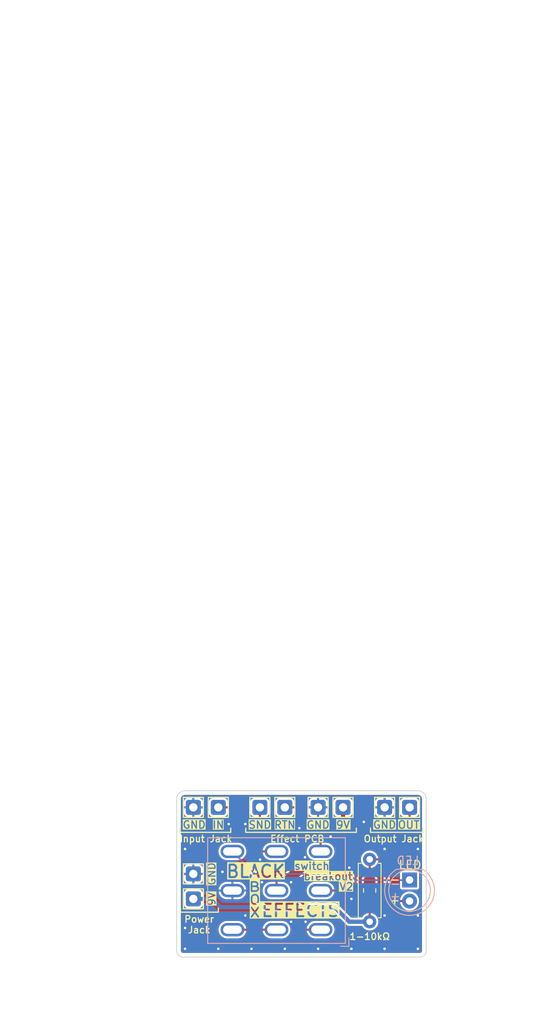
<source format=kicad_pcb>
(kicad_pcb (version 20240108) (generator "pcbnew") (generator_version "8.0")
  (layers (0 "F.Cu" signal) (31 "B.Cu" signal) (34 "B.Paste" user) (35 "F.Paste" user) (36 "B.SilkS" user "B.Silkscreen") (37 "F.SilkS" user "F.Silkscreen") (38 "B.Mask" user) (39 "F.Mask" user) (44 "Edge.Cuts" user))
  (net 0 "")
  (net 1 "/LED+")
  (net 2 "/LED-")
  (net 3 "/OUT")
  (net 4 "/IN")
  (net 5 "/RETURN")
  (net 6 "/9V")
  (net 7 "GND")
  (net 8 "/SEND")
  (net 9 "Net-(SW1B-A)")
  (footprint "BlackBox:WirePad_22AWG" (layer "F.Cu") (at 90 90)
    (property "Reference" "P5" (hide yes))
    (property "Value" "GND" (at 0.1 2.1 0) (layer "F.SilkS" knockout) (effects (font (size 0.9 0.9))))
    (fp_line (start -1.2 -1.2) (end -1.2 1.2) (stroke (width 0.15)) (layer "F.SilkS"))
    (fp_line (start -1.2 1.2) (end 1.2 1.2) (stroke (width 0.15)) (layer "F.SilkS"))
    (fp_line (start 1.2 -1.2) (end -1.2 -1.2) (stroke (width 0.15)) (layer "F.SilkS"))
    (fp_line (start 1.2 -1.2) (end 1.2 1.2) (stroke (width 0.15)) (layer "F.SilkS"))
    (pad "1" thru_hole roundrect (at 0 0) (size 1.8 1.8) (drill 1) (layers "*.Cu" "*.Mask") (roundrect_rratio 0.1666666667) (net 7 "GND"))
  )
  (footprint "BlackBox:WirePad_22AWG" (layer "F.Cu") (at 90 98 90)
    (property "Reference" "P8" (hide yes))
    (property "Value" "GND" (at 0 2.2 90) (layer "F.SilkS" knockout) (effects (font (size 0.9 0.9))))
    (fp_line (start 1.2 -1.2) (end -1.2 -1.2) (stroke (width 0.15)) (layer "F.SilkS"))
    (fp_line (start 1.2 -1.2) (end 1.2 1.2) (stroke (width 0.15)) (layer "F.SilkS"))
    (fp_line (start -1.2 -1.2) (end -1.2 1.2) (stroke (width 0.15)) (layer "F.SilkS"))
    (fp_line (start -1.2 1.2) (end 1.2 1.2) (stroke (width 0.15)) (layer "F.SilkS"))
    (pad "1" thru_hole roundrect (at 0 0 90) (size 1.8 1.8) (drill 1) (layers "*.Cu" "*.Mask") (roundrect_rratio 0.1666666667) (net 7 "GND"))
  )
  (footprint "BlackBox:WirePad_22AWG" (layer "F.Cu") (at 116 90)
    (property "Reference" "P1" (hide yes))
    (property "Value" "OUT" (at -0.1 2.1 0) (layer "F.SilkS" knockout) (effects (font (size 0.9 0.9))))
    (fp_line (start -1.2 -1.2) (end -1.2 1.2) (stroke (width 0.15)) (layer "F.SilkS"))
    (fp_line (start -1.2 1.2) (end 1.2 1.2) (stroke (width 0.15)) (layer "F.SilkS"))
    (fp_line (start 1.2 -1.2) (end -1.2 -1.2) (stroke (width 0.15)) (layer "F.SilkS"))
    (fp_line (start 1.2 -1.2) (end 1.2 1.2) (stroke (width 0.15)) (layer "F.SilkS"))
    (pad "1" thru_hole roundrect (at 0 0) (size 1.8 1.8) (drill 1) (layers "*.Cu" "*.Mask") (roundrect_rratio 0.1666666667) (net 3 "/OUT"))
  )
  (footprint "BlackBox:WirePad_22AWG" (layer "F.Cu") (at 113 90)
    (property "Reference" "P9" (hide yes))
    (property "Value" "GND" (at 0 2.1 0) (layer "F.SilkS" knockout) (effects (font (size 0.9 0.9))))
    (fp_line (start -1.2 -1.2) (end -1.2 1.2) (stroke (width 0.15)) (layer "F.SilkS"))
    (fp_line (start -1.2 1.2) (end 1.2 1.2) (stroke (width 0.15)) (layer "F.SilkS"))
    (fp_line (start 1.2 -1.2) (end -1.2 -1.2) (stroke (width 0.15)) (layer "F.SilkS"))
    (fp_line (start 1.2 -1.2) (end 1.2 1.2) (stroke (width 0.15)) (layer "F.SilkS"))
    (pad "1" thru_hole roundrect (at 0 0) (size 1.8 1.8) (drill 1) (layers "*.Cu" "*.Mask") (roundrect_rratio 0.1666666667) (net 7 "GND"))
  )
  (footprint "Resistor_SMD:R_0805_2012Metric_Pad1.20x1.40mm_HandSolder" (layer "F.Cu") (at 111.2 100 90)
    (property "Reference" "R2" (hide yes))
    (property "Value" "4.7k" (hide yes))
    (fp_line (start -0.227064 -0.735) (end 0.227064 -0.735) (stroke (width 0.12)) (layer "F.SilkS"))
    (fp_line (start -0.227064 0.735) (end 0.227064 0.735) (stroke (width 0.12)) (layer "F.SilkS"))
    (pad "1" smd roundrect (at -1 0 90) (size 1.2 1.4) (layers "F.Cu" "F.Paste" "F.Mask") (roundrect_rratio 0.2083333333) (net 6 "/9V"))
    (pad "2" smd roundrect (at 1 0 90) (size 1.2 1.4) (layers "F.Cu" "F.Paste" "F.Mask") (roundrect_rratio 0.2083333333) (net 1 "/LED+"))
  )
  (footprint "BlackBox:WirePad_22AWG" (layer "F.Cu") (at 93 90)
    (property "Reference" "P2" (hide yes))
    (property "Value" "IN" (at 0 2.1 0) (layer "F.SilkS" knockout) (effects (font (size 0.9 0.9))))
    (fp_line (start -1.2 -1.2) (end -1.2 1.2) (stroke (width 0.15)) (layer "F.SilkS"))
    (fp_line (start -1.2 1.2) (end 1.2 1.2) (stroke (width 0.15)) (layer "F.SilkS"))
    (fp_line (start 1.2 -1.2) (end -1.2 -1.2) (stroke (width 0.15)) (layer "F.SilkS"))
    (fp_line (start 1.2 -1.2) (end 1.2 1.2) (stroke (width 0.15)) (layer "F.SilkS"))
    (pad "1" thru_hole roundrect (at 0 0) (size 1.8 1.8) (drill 1) (layers "*.Cu" "*.Mask") (roundrect_rratio 0.1666666667) (net 4 "/IN"))
  )
  (footprint "BlackBox:WirePad_22AWG" (layer "F.Cu") (at 90 101 90)
    (property "Reference" "P4" (hide yes))
    (property "Value" "9V" (at 0 2.2 90) (layer "F.SilkS" knockout) (effects (font (size 0.9 0.9))))
    (fp_line (start 1.2 -1.2) (end -1.2 -1.2) (stroke (width 0.15)) (layer "F.SilkS"))
    (fp_line (start 1.2 -1.2) (end 1.2 1.2) (stroke (width 0.15)) (layer "F.SilkS"))
    (fp_line (start -1.2 -1.2) (end -1.2 1.2) (stroke (width 0.15)) (layer "F.SilkS"))
    (fp_line (start -1.2 1.2) (end 1.2 1.2) (stroke (width 0.15)) (layer "F.SilkS"))
    (pad "1" thru_hole roundrect (at 0 0 90) (size 1.8 1.8) (drill 1) (layers "*.Cu" "*.Mask") (roundrect_rratio 0.1666666667) (net 6 "/9V"))
  )
  (footprint "BB_Resistors:R_Axial_DIN0207_L6.3mm_D2.5mm_P7.5mm_Horizontal" (layer "F.Cu") (at 111.2 103.75 90)
    (property "Reference" "R1" (hide yes))
    (property "Value" "4.7k" (hide yes))
    (fp_line (start 7.02 -1.37) (end 7.02 -1.04) (stroke (width 0.12)) (layer "F.SilkS"))
    (fp_line (start 0.48 -1.37) (end 7.02 -1.37) (stroke (width 0.12)) (layer "F.SilkS"))
    (fp_line (start 0.48 -1.04) (end 0.48 -1.37) (stroke (width 0.12)) (layer "F.SilkS"))
    (fp_line (start 0.48 1.04) (end 0.48 1.37) (stroke (width 0.12)) (layer "F.SilkS"))
    (fp_line (start 7.02 1.37) (end 7.02 1.04) (stroke (width 0.12)) (layer "F.SilkS"))
    (fp_line (start 0.48 1.37) (end 7.02 1.37) (stroke (width 0.12)) (layer "F.SilkS"))
    (pad "1" thru_hole circle (at 0 0 90) (size 1.6 1.6) (drill 0.8) (layers "*.Cu" "*.Mask") (net 6 "/9V"))
    (pad "2" thru_hole oval (at 7.5 0 90) (size 1.6 1.6) (drill 0.8) (layers "*.Cu" "*.Mask") (net 1 "/LED+"))
  )
  (footprint "BlackBox:WirePad_22AWG" (layer "F.Cu") (at 105 90)
    (property "Reference" "P7" (hide yes))
    (property "Value" "GND" (at 0 2.1 0) (layer "F.SilkS" knockout) (effects (font (size 0.9 0.9))))
    (fp_line (start -1.2 -1.2) (end -1.2 1.2) (stroke (width 0.15)) (layer "F.SilkS"))
    (fp_line (start -1.2 1.2) (end 1.2 1.2) (stroke (width 0.15)) (layer "F.SilkS"))
    (fp_line (start 1.2 -1.2) (end -1.2 -1.2) (stroke (width 0.15)) (layer "F.SilkS"))
    (fp_line (start 1.2 -1.2) (end 1.2 1.2) (stroke (width 0.15)) (layer "F.SilkS"))
    (pad "1" thru_hole roundrect (at 0 0) (size 1.8 1.8) (drill 1) (layers "*.Cu" "*.Mask") (roundrect_rratio 0.1666666667) (net 7 "GND"))
  )
  (footprint "BlackBox:WirePad_22AWG" (layer "F.Cu") (at 98 90)
    (property "Reference" "P6" (hide yes))
    (property "Value" "SND" (at 0 2.1 0) (layer "F.SilkS" knockout) (effects (font (size 0.9 0.9))))
    (fp_line (start -1.2 -1.2) (end -1.2 1.2) (stroke (width 0.15)) (layer "F.SilkS"))
    (fp_line (start -1.2 1.2) (end 1.2 1.2) (stroke (width 0.15)) (layer "F.SilkS"))
    (fp_line (start 1.2 -1.2) (end -1.2 -1.2) (stroke (width 0.15)) (layer "F.SilkS"))
    (fp_line (start 1.2 -1.2) (end 1.2 1.2) (stroke (width 0.15)) (layer "F.SilkS"))
    (pad "1" thru_hole roundrect (at 0 0) (size 1.8 1.8) (drill 1) (layers "*.Cu" "*.Mask") (roundrect_rratio 0.1666666667) (net 8 "/SEND"))
  )
  (footprint "BlackBox:WirePad_22AWG" (layer "F.Cu") (at 108 90)
    (property "Reference" "P10" (hide yes))
    (property "Value" "9V" (at 0 2.1 0) (layer "F.SilkS" knockout) (effects (font (size 0.9 0.9))))
    (fp_line (start -1.2 -1.2) (end -1.2 1.2) (stroke (width 0.15)) (layer "F.SilkS"))
    (fp_line (start -1.2 1.2) (end 1.2 1.2) (stroke (width 0.15)) (layer "F.SilkS"))
    (fp_line (start 1.2 -1.2) (end -1.2 -1.2) (stroke (width 0.15)) (layer "F.SilkS"))
    (fp_line (start 1.2 -1.2) (end 1.2 1.2) (stroke (width 0.15)) (layer "F.SilkS"))
    (pad "1" thru_hole roundrect (at 0 0) (size 1.8 1.8) (drill 1) (layers "*.Cu" "*.Mask") (roundrect_rratio 0.1666666667) (net 6 "/9V"))
  )
  (footprint "BlackBox:WirePad_22AWG" (layer "F.Cu") (at 101 90)
    (property "Reference" "P3" (hide yes))
    (property "Value" "RTN" (at 0 2.1 0) (layer "F.SilkS" knockout) (effects (font (size 0.9 0.9))))
    (fp_line (start -1.2 -1.2) (end -1.2 1.2) (stroke (width 0.15)) (layer "F.SilkS"))
    (fp_line (start -1.2 1.2) (end 1.2 1.2) (stroke (width 0.15)) (layer "F.SilkS"))
    (fp_line (start 1.2 -1.2) (end -1.2 -1.2) (stroke (width 0.15)) (layer "F.SilkS"))
    (fp_line (start 1.2 -1.2) (end 1.2 1.2) (stroke (width 0.15)) (layer "F.SilkS"))
    (pad "1" thru_hole roundrect (at 0 0) (size 1.8 1.8) (drill 1) (layers "*.Cu" "*.Mask") (roundrect_rratio 0.1666666667) (net 5 "/RETURN"))
  )
  (footprint "BlackBox:SW_STOMP_3PDT" (layer "B.Cu") (at 100 100 180)
    (property "Reference" "SW1" (hide yes))
    (property "Value" "SW_3PDT")
    (fp_line (start 8.275 6.35) (end 8.275 -6.35) (stroke (width 0.12)) (layer "B.SilkS"))
    (fp_line (start 8.275 6.35) (end -8.275 6.35) (stroke (width 0.12)) (layer "B.SilkS"))
    (fp_line (start 8.275 -6.35) (end -8.275 -6.35) (stroke (width 0.12)) (layer "B.SilkS"))
    (fp_line (start -8.275 6.35) (end -8.275 -6.35) (stroke (width 0.12)) (layer "B.SilkS"))
    (fp_line (start -8.7 -6.7) (end -7.7 -6.7) (stroke (width 0.12)) (layer "B.SilkS"))
    (fp_line (start -8.7 -6.7) (end -8.7 -5.7) (stroke (width 0.12)) (layer "B.SilkS"))
    (pad "1" thru_hole oval (at -5.3 -4.7 180) (size 2.85 1.6) (drill oval 2.25 1) (layers "*.Cu" "*.Mask") (net 4 "/IN"))
    (pad "2" thru_hole oval (at -5.3 0 180) (size 2.85 1.6) (drill oval 2.25 1) (layers "*.Cu" "*.Mask") (net 3 "/OUT"))
    (pad "3" thru_hole oval (at -5.3 4.7 180) (size 2.85 1.6) (drill oval 2.25 1) (layers "*.Cu" "*.Mask") (net 5 "/RETURN"))
    (pad "4" thru_hole oval (at 0 -4.7 180) (size 2.85 1.6) (drill oval 2.25 1) (layers "*.Cu" "*.Mask") (net 9 "Net-(SW1B-A)"))
    (pad "5" thru_hole oval (at 0 0 180) (size 2.85 1.6) (drill oval 2.25 1) (layers "*.Cu" "*.Mask") (net 8 "/SEND"))
    (pad "6" thru_hole oval (at 0 4.7 180) (size 2.85 1.6) (drill oval 2.25 1) (layers "*.Cu" "*.Mask") (net 4 "/IN"))
    (pad "7" thru_hole oval (at 5.3 -4.7 180) (size 2.85 1.6) (drill oval 2.25 1) (layers "*.Cu" "*.Mask") (net 9 "Net-(SW1B-A)"))
    (pad "8" thru_hole oval (at 5.3 0 180) (size 2.85 1.6) (drill oval 2.25 1) (layers "*.Cu" "*.Mask") (net 7 "GND"))
    (pad "9" thru_hole oval (at 5.3 4.7 180) (size 2.85 1.6) (drill oval 2.25 1) (layers "*.Cu" "*.Mask") (net 2 "/LED-"))
  )
  (footprint "LED_THT:LED_D5.0mm" (layer "B.Cu") (at 116 98.725 -90)
    (property "Reference" "D1" (hide yes))
    (property "Value" "LED_PTH")
    (fp_line (start -1.29 -1.545) (end -1.29 1.545) (stroke (width 0.12)) (layer "B.SilkS"))
    (fp_arc (start 4.26 -0.000462) (mid 2.072002 2.880433) (end -1.29 1.54483) (stroke (width 0.12)) (layer "B.SilkS"))
    (fp_arc (start -1.29 -1.54483) (mid 2.072002 -2.880433) (end 4.26 0.000462) (stroke (width 0.12)) (layer "B.SilkS"))
    (fp_circle (center 1.27 0) (end 3.77 0) (stroke (width 0.12)) (fill none) (layer "B.SilkS"))
    (pad "1" thru_hole rect (at 0 0 270) (size 1.8 1.8) (drill 0.9) (layers "*.Cu" "*.Mask") (net 2 "/LED-"))
    (pad "2" thru_hole circle (at 2.54 0 270) (size 1.8 1.8) (drill 0.9) (layers "*.Cu" "*.Mask") (net 1 "/LED+"))
  )
  (gr_line (start 94.5 93) (end 94.5 92.5) (stroke (width 0.15)) (layer "F.SilkS"))
  (gr_rect (start 98 101.337335) (end 98.375873 103.322661) (stroke (width 0.1)) (fill solid) (layer "F.SilkS"))
  (gr_line (start 111.3 92.5) (end 111.3 93) (stroke (width 0.15)) (layer "F.SilkS"))
  (gr_line (start 96.3 93) (end 109.6 93) (stroke (width 0.15)) (layer "F.SilkS"))
  (gr_line (start 111.3 93) (end 117.6 93) (stroke (width 0.15)) (layer "F.SilkS"))
  (gr_line (start 93 102.6) (end 88.45 102.6) (stroke (width 0.15)) (layer "F.SilkS"))
  (gr_line (start 109.6 93) (end 109.6 92.5) (stroke (width 0.15)) (layer "F.SilkS"))
  (gr_line (start 88.4 92.5) (end 88.4 93) (stroke (width 0.15)) (layer "F.SilkS"))
  (gr_line (start 88.45 102.6) (end 88.45 102.1) (stroke (width 0.15)) (layer "F.SilkS"))
  (gr_line (start 96.3 92.5) (end 96.3 93) (stroke (width 0.15)) (layer "F.SilkS"))
  (gr_line (start 88.4 93) (end 94.5 93) (stroke (width 0.15)) (layer "F.SilkS"))
  (gr_rect (start 96.8294 98.63) (end 97.97 98.790599) (stroke (width 0.1)) (fill solid) (layer "F.SilkS"))
  (gr_line (start 93 102.6) (end 93 102.1) (stroke (width 0.15)) (layer "F.SilkS"))
  (gr_line (start 117.6 93) (end 117.6 92.5) (stroke (width 0.15)) (layer "F.SilkS"))
  (gr_arc (start 118 107.25) (mid 117.78033 107.78033) (end 117.25 108) (stroke (width 0.1)) (layer "Edge.Cuts"))
  (gr_arc (start 88 89) (mid 88.292893 88.292893) (end 89 88) (stroke (width 0.1)) (layer "Edge.Cuts"))
  (gr_line (start 117 88) (end 89 88) (stroke (width 0.1)) (layer "Edge.Cuts"))
  (gr_arc (start 88.75 108) (mid 88.21967 107.78033) (end 88 107.25) (stroke (width 0.1)) (layer "Edge.Cuts"))
  (gr_arc (start 117 88) (mid 117.707107 88.292893) (end 118 89) (stroke (width 0.1)) (layer "Edge.Cuts"))
  (gr_line (start 88 107.25) (end 88 89) (stroke (width 0.1)) (layer "Edge.Cuts"))
  (gr_line (start 118 107.25) (end 118 89) (stroke (width 0.1)) (layer "Edge.Cuts"))
  (gr_line (start 117.25 108) (end 88.75 108) (stroke (width 0.1)) (layer "Edge.Cuts"))
  (gr_text "-" (at 115 99.75 0) (layer "B.SilkS") (effects (font (size 1 1)) (justify left bottom mirror)))
  (gr_text "+" (at 115 101.25 0) (layer "B.SilkS") (effects (font (size 1 1)) (justify left bottom mirror)))
  (gr_text "LED" (at 117.25 97 0) (layer "B.SilkS") (effects (font (size 1 1)) (justify left bottom mirror)))
  (gr_text "1-10kΩ" (at 108.7 106 0) (layer "F.SilkS") (effects (font (size 0.8 0.8)) (justify left bottom)))
  (gr_text "+" (at 113.5 101.75 0) (layer "F.SilkS") (effects (font (size 1 1)) (justify left bottom)))
  (gr_text "B" (at 97.366783 99.562623 0) (layer "F.SilkS" knockout) (effects (font (size 1.1 1.4) (thickness 0.2))))
  (gr_text "X" (at 97.4 102.65 0) (layer "F.SilkS" knockout) (effects (font (size 1.1 1.2) (thickness 0.2))))
  (gr_text "LED" (at 114.6 97.5 0) (layer "F.SilkS") (effects (font (size 1 1)) (justify left bottom)))
  (gr_text "BLACK" (at 97.5 97.7 0) (layer "F.SilkS" knockout) (effects (font (size 1.5 1.5) (thickness 0.25))))
  (gr_text "Input Jack" (at 91.5 94.25 0) (layer "F.SilkS") (effects (font (size 0.8 0.8)) (justify bottom)))
  (gr_text "breakout\n" (at 106.2 98.3 0) (layer "F.SilkS" knockout) (effects (font (size 0.9 0.9) (thickness 0.15) (bold yes))))
  (gr_text "Effect PCB" (at 102.5 94.25 0) (layer "F.SilkS") (effects (font (size 0.8 0.8)) (justify bottom)))
  (gr_text "O" (at 97.400127 101.106875 0) (layer "F.SilkS" knockout) (effects (font (size 1.1 1.2) (thickness 0.2))))
  (gr_text "EFFECTS" (at 102.9 102.4 0) (layer "F.SilkS" knockout) (effects (font (size 1.5 1.5) (thickness 0.25))))
  (gr_text "Output Jack" (at 114.1 94.25 0) (layer "F.SilkS") (effects (font (size 0.8 0.8)) (justify bottom)))
  (gr_text "switch" (at 104.259234 97.052892 0) (layer "F.SilkS" knockout) (effects (font (size 0.9 0.9) (thickness 0.15) (bold yes))))
  (gr_text "V2" (at 108.4 99.55 0) (layer "F.SilkS" knockout) (effects (font (size 0.9 0.9) (thickness 0.15) (bold yes))))
  (gr_text "Power\nJack" (at 90.7 105.2 0) (layer "F.SilkS") (effects (font (size 0.8 0.8)) (justify bottom)))
  (gr_text "-" (at 113.5 99.25 0) (layer "F.SilkS") (effects (font (size 1 1)) (justify left bottom)))
  (segment (start 114.015 101.265) (end 116 101.265) (width 0.25) (layer "F.Cu") (net 1))
  (segment (start 112.75 96.25) (end 113.25 96.75) (width 0.25) (layer "F.Cu") (net 1))
  (segment (start 113.25 96.75) (end 113.25 100.5) (width 0.25) (layer "F.Cu") (net 1))
  (segment (start 111.2 96.25) (end 112.75 96.25) (width 0.25) (layer "F.Cu") (net 1))
  (segment (start 113.25 100.5) (end 114.015 101.265) (width 0.25) (layer "F.Cu") (net 1))
  (segment (start 111.2 99) (end 111.2 96.25) (width 0.25) (layer "F.Cu") (net 1))
  (segment (start 108.75 98) (end 109.5 98.75) (width 0.2) (layer "B.Cu") (net 2))
  (segment (start 109.5 98.75) (end 115.975 98.75) (width 0.2) (layer "B.Cu") (net 2))
  (segment (start 115.975 98.75) (end 116 98.725) (width 0.2) (layer "B.Cu") (net 2))
  (segment (start 97.4 98) (end 108.75 98) (width 0.2) (layer "B.Cu") (net 2))
  (segment (start 94.7 95.3) (end 97.4 98) (width 0.2) (layer "B.Cu") (net 2))
  (segment (start 109.5 99.25) (end 109.5 95.25) (width 0.25) (layer "F.Cu") (net 3))
  (segment (start 116 93) (end 116 90) (width 0.25) (layer "F.Cu") (net 3))
  (segment (start 115.5 93.5) (end 116 93) (width 0.25) (layer "F.Cu") (net 3))
  (segment (start 111.25 93.5) (end 115.5 93.5) (width 0.25) (layer "F.Cu") (net 3))
  (segment (start 109.5 95.25) (end 111.25 93.5) (width 0.25) (layer "F.Cu") (net 3))
  (segment (start 105.3 100) (end 108.75 100) (width 0.25) (layer "F.Cu") (net 3))
  (segment (start 108.75 100) (end 109.5 99.25) (width 0.25) (layer "F.Cu") (net 3))
  (segment (start 102.5 104.25) (end 102.5 103) (width 0.25) (layer "F.Cu") (net 4))
  (segment (start 105.3 104.7) (end 102.95 104.7) (width 0.25) (layer "F.Cu") (net 4))
  (segment (start 95.5 90.5) (end 95 90) (width 0.25) (layer "F.Cu") (net 4))
  (segment (start 102.5 103) (end 101.75 102.25) (width 0.25) (layer "F.Cu") (net 4))
  (segment (start 100 95.3) (end 100 96) (width 0.25) (layer "F.Cu") (net 4))
  (segment (start 101.75 102.25) (end 98.75 102.25) (width 0.25) (layer "F.Cu") (net 4))
  (segment (start 97.7 95.3) (end 97.25 95.75) (width 0.25) (layer "F.Cu") (net 4))
  (segment (start 97.25 100.75) (end 98.75 102.25) (width 0.25) (layer "F.Cu") (net 4))
  (segment (start 98.05 95.3) (end 97.7 95.3) (width 0.25) (layer "F.Cu") (net 4))
  (segment (start 95.5 93) (end 95.5 90.5) (width 0.25) (layer "F.Cu") (net 4))
  (segment (start 95 90) (end 93 90) (width 0.25) (layer "F.Cu") (net 4))
  (segment (start 100 95.3) (end 98.05 95.3) (width 0.25) (layer "F.Cu") (net 4))
  (segment (start 97.25 95.75) (end 97.25 100.75) (width 0.25) (layer "F.Cu") (net 4))
  (segment (start 97.8 95.3) (end 95.5 93) (width 0.25) (layer "F.Cu") (net 4))
  (segment (start 102.95 104.7) (end 102.5 104.25) (width 0.25) (layer "F.Cu") (net 4))
  (segment (start 98.05 95.3) (end 97.8 95.3) (width 0.25) (layer "F.Cu") (net 4))
  (segment (start 103 90.5) (end 103 91.5) (width 0.25) (layer "F.Cu") (net 5))
  (segment (start 102.5 90) (end 103 90.5) (width 0.25) (layer "F.Cu") (net 5))
  (segment (start 103 91.5) (end 105.3 93.8) (width 0.25) (layer "F.Cu") (net 5))
  (segment (start 101 90) (end 102.5 90) (width 0.25) (layer "F.Cu") (net 5))
  (segment (start 105.3 93.8) (end 105.3 95.3) (width 0.25) (layer "F.Cu") (net 5))
  (segment (start 108 96.5) (end 106.75 97.75) (width 0.5) (layer "F.Cu") (net 6))
  (segment (start 104 97.75) (end 102.75 99) (width 0.5) (layer "F.Cu") (net 6))
  (segment (start 106.75 97.75) (end 104 97.75) (width 0.5) (layer "F.Cu") (net 6))
  (segment (start 107 102) (end 108.75 103.75) (width 0.5) (layer "F.Cu") (net 6))
  (segment (start 103.75 102) (end 107 102) (width 0.5) (layer "F.Cu") (net 6))
  (segment (start 108.75 103.75) (end 111.2 103.75) (width 0.5) (layer "F.Cu") (net 6))
  (segment (start 102.75 99) (end 102.75 101) (width 0.5) (layer "F.Cu") (net 6))
  (segment (start 102.75 101) (end 103.75 102) (width 0.5) (layer "F.Cu") (net 6))
  (segment (start 108 90) (end 108 96.5) (width 0.5) (layer "F.Cu") (net 6))
  (segment (start 111.2 103.75) (end 111.2 101) (width 0.25) (layer "F.Cu") (net 6))
  (segment (start 93.25 102) (end 107 102) (width 0.5) (layer "B.Cu") (net 6))
  (segment (start 108.75 103.75) (end 111.2 103.75) (width 0.5) (layer "B.Cu") (net 6))
  (segment (start 90 101) (end 92.25 101) (width 0.5) (layer "B.Cu") (net 6))
  (segment (start 92.25 101) (end 93.25 102) (width 0.5) (layer "B.Cu") (net 6))
  (segment (start 107 102) (end 108.75 103.75) (width 0.5) (layer "B.Cu") (net 6))
  (via (at 113 95) (size 0.6) (drill 0.3) (layers "F.Cu" "B.Cu") (net 7))
  (via (at 93 107) (size 0.6) (drill 0.3) (layers "F.Cu" "B.Cu") (net 7))
  (via (at 113 103) (size 0.6) (drill 0.3) (layers "F.Cu" "B.Cu") (net 7))
  (via (at 117 103) (size 0.6) (drill 0.3) (layers "F.Cu" "B.Cu") (net 7))
  (via (at 101 107) (size 0.6) (drill 0.3) (layers "F.Cu" "B.Cu") (net 7))
  (via (at 94.25 92) (size 0.6) (drill 0.3) (layers "F.Cu" "B.Cu") (net 7))
  (via (at 106.5 93.5) (size 0.6) (drill 0.3) (layers "F.Cu" "B.Cu") (net 7))
  (via (at 117 95) (size 0.6) (drill 0.3) (layers "F.Cu" "B.Cu") (net 7))
  (via (at 89 104.5) (size 0.6) (drill 0.3) (layers "F.Cu" "B.Cu") (net 7))
  (via (at 101.75 99) (size 0.6) (drill 0.3) (layers "F.Cu" "B.Cu") (net 7))
  (via (at 93.5 97.75) (size 0.6) (drill 0.3) (layers "F.Cu" "B.Cu") (net 7))
  (via (at 113 107) (size 0.6) (drill 0.3) (layers "F.Cu" "B.Cu") (net 7))
  (via (at 98.25 99) (size 0.6) (drill 0.3) (layers "F.Cu" "B.Cu") (net 7))
  (via (at 109 101) (size 0.6) (drill 0.3) (layers "F.Cu" "B.Cu") (net 7))
  (via (at 102.75 92.5) (size 0.6) (drill 0.3) (layers "F.Cu" "B.Cu") (net 7))
  (via (at 109 107) (size 0.6) (drill 0.3) (layers "F.Cu" "B.Cu") (net 7))
  (via (at 117 107) (size 0.6) (drill 0.3) (layers "F.Cu" "B.Cu") (net 7))
  (via (at 108.75 97.25) (size 0.6) (drill 0.3) (layers "F.Cu" "B.Cu") (net 7))
  (via (at 97 107) (size 0.6) (drill 0.3) (layers "F.Cu" "B.Cu") (net 7))
  (via (at 89 107) (size 0.6) (drill 0.3) (layers "F.Cu" "B.Cu") (net 7))
  (via (at 101.75 103.75) (size 0.6) (drill 0.3) (layers "F.Cu" "B.Cu") (net 7))
  (via (at 98.027298 96.277298) (size 0.6) (drill 0.3) (layers "F.Cu" "B.Cu") (net 7))
  (via (at 110.5 91.75) (size 0.6) (drill 0.3) (layers "F.Cu" "B.Cu") (net 7))
  (via (at 103.425 96) (size 0.6) (drill 0.3) (layers "F.Cu" "B.Cu") (net 7))
  (via (at 96.25 103) (size 0.6) (drill 0.3) (layers "F.Cu" "B.Cu") (net 7))
  (via (at 103.5 103.75) (size 0.6) (drill 0.3) (layers "F.Cu" "B.Cu") (net 7))
  (via (at 96.25 92) (size 0.6) (drill 0.3) (layers "F.Cu" "B.Cu") (net 7))
  (via (at 105 107) (size 0.6) (drill 0.3) (layers "F.Cu" "B.Cu") (net 7))
  (via (at 89 95) (size 0.6) (drill 0.3) (layers "F.Cu" "B.Cu") (net 7))
  (segment (start 100 98.75) (end 102.75 96) (width 0.25) (layer "F.Cu") (net 8))
  (segment (start 102 93) (end 99.25 93) (width 0.25) (layer "F.Cu") (net 8))
  (segment (start 102.75 93.75) (end 102 93) (width 0.25) (layer "F.Cu") (net 8))
  (segment (start 98 91.75) (end 98 90) (width 0.25) (layer "F.Cu") (net 8))
  (segment (start 102.75 96) (end 102.75 93.75) (width 0.25) (layer "F.Cu") (net 8))
  (segment (start 99.25 93) (end 98 91.75) (width 0.25) (layer "F.Cu") (net 8))
  (segment (start 100 100) (end 100 98.75) (width 0.25) (layer "F.Cu") (net 8))
  (segment (start 94.7 104.7) (end 100 104.7) (width 0.25) (layer "F.Cu") (net 9))
  (zone (net 7) (net_name "GND") (layers "F&B.Cu") (connect_pads (clearance 0.2)) (min_thickness 0.2) (fill yes (thermal_gap 0.25) (thermal_bridge_width 0.25))
    (polygon (pts (xy 88 88) (xy 118 88) (xy 118 108) (xy 88 108)))
  )
)
</source>
